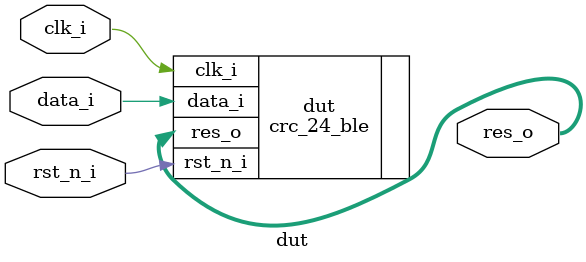
<source format=v>
module dut(clk_i, rst_n_i, data_i, res_o);

   input clk_i;
   input rst_n_i;
   input data_i;
   

   output [23:0] res_o;
   
   
   crc_24_ble dut(.clk_i(clk_i), 
                  .rst_n_i(rst_n_i), 
                  .data_i(data_i), 
                  .res_o(res_o)
                  );
endmodule
</source>
